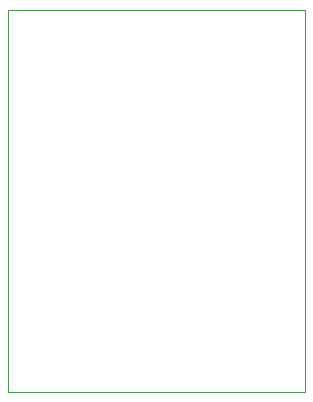
<source format=gm1>
G04*
G04 #@! TF.GenerationSoftware,Altium Limited,Altium Designer,20.1.11 (218)*
G04*
G04 Layer_Color=16711935*
%FSTAX24Y24*%
%MOIN*%
G70*
G04*
G04 #@! TF.SameCoordinates,265BAA9A-0927-4A7B-A448-E96A6529A9FE*
G04*
G04*
G04 #@! TF.FilePolarity,Positive*
G04*
G01*
G75*
%ADD18C,0.0040*%
D18*
X096991Y091156D02*
X098808D01*
X096991Y083312D02*
Y091156D01*
X10688Y085143D02*
Y089257D01*
Y07906D02*
Y085143D01*
X098841Y078443D02*
X106715D01*
X096991Y07906D02*
Y083312D01*
Y078443D02*
X098841D01*
X096991D02*
Y07906D01*
X106715Y078443D02*
X10688D01*
Y07906D01*
X098808Y091156D02*
X10688D01*
Y089257D02*
Y091156D01*
M02*

</source>
